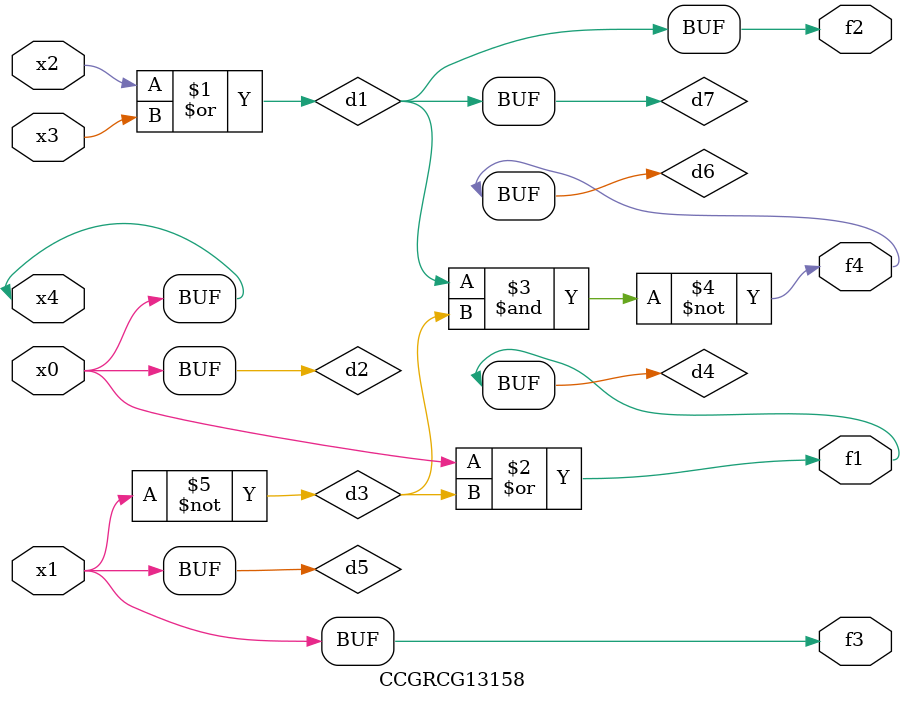
<source format=v>
module CCGRCG13158(
	input x0, x1, x2, x3, x4,
	output f1, f2, f3, f4
);

	wire d1, d2, d3, d4, d5, d6, d7;

	or (d1, x2, x3);
	buf (d2, x0, x4);
	not (d3, x1);
	or (d4, d2, d3);
	not (d5, d3);
	nand (d6, d1, d3);
	or (d7, d1);
	assign f1 = d4;
	assign f2 = d7;
	assign f3 = d5;
	assign f4 = d6;
endmodule

</source>
